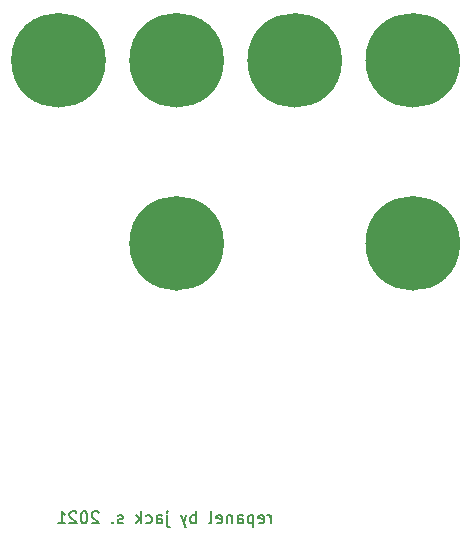
<source format=gbr>
G04 #@! TF.GenerationSoftware,KiCad,Pcbnew,(5.1.5-0)*
G04 #@! TF.CreationDate,2021-01-12T22:24:44-08:00*
G04 #@! TF.ProjectId,dualtimbre,6475616c-7469-46d6-9272-652e6b696361,rev?*
G04 #@! TF.SameCoordinates,Original*
G04 #@! TF.FileFunction,Soldermask,Bot*
G04 #@! TF.FilePolarity,Negative*
%FSLAX46Y46*%
G04 Gerber Fmt 4.6, Leading zero omitted, Abs format (unit mm)*
G04 Created by KiCad (PCBNEW (5.1.5-0)) date 2021-01-12 22:24:44*
%MOMM*%
%LPD*%
G04 APERTURE LIST*
%ADD10C,0.150000*%
%ADD11C,1.000000*%
%ADD12C,0.100000*%
G04 APERTURE END LIST*
D10*
X22726190Y-121452380D02*
X22726190Y-120785714D01*
X22726190Y-120976190D02*
X22678571Y-120880952D01*
X22630952Y-120833333D01*
X22535714Y-120785714D01*
X22440476Y-120785714D01*
X21726190Y-121404761D02*
X21821428Y-121452380D01*
X22011904Y-121452380D01*
X22107142Y-121404761D01*
X22154761Y-121309523D01*
X22154761Y-120928571D01*
X22107142Y-120833333D01*
X22011904Y-120785714D01*
X21821428Y-120785714D01*
X21726190Y-120833333D01*
X21678571Y-120928571D01*
X21678571Y-121023809D01*
X22154761Y-121119047D01*
X21250000Y-120785714D02*
X21250000Y-121785714D01*
X21250000Y-120833333D02*
X21154761Y-120785714D01*
X20964285Y-120785714D01*
X20869047Y-120833333D01*
X20821428Y-120880952D01*
X20773809Y-120976190D01*
X20773809Y-121261904D01*
X20821428Y-121357142D01*
X20869047Y-121404761D01*
X20964285Y-121452380D01*
X21154761Y-121452380D01*
X21250000Y-121404761D01*
X19916666Y-121452380D02*
X19916666Y-120928571D01*
X19964285Y-120833333D01*
X20059523Y-120785714D01*
X20250000Y-120785714D01*
X20345238Y-120833333D01*
X19916666Y-121404761D02*
X20011904Y-121452380D01*
X20250000Y-121452380D01*
X20345238Y-121404761D01*
X20392857Y-121309523D01*
X20392857Y-121214285D01*
X20345238Y-121119047D01*
X20250000Y-121071428D01*
X20011904Y-121071428D01*
X19916666Y-121023809D01*
X19440476Y-120785714D02*
X19440476Y-121452380D01*
X19440476Y-120880952D02*
X19392857Y-120833333D01*
X19297619Y-120785714D01*
X19154761Y-120785714D01*
X19059523Y-120833333D01*
X19011904Y-120928571D01*
X19011904Y-121452380D01*
X18154761Y-121404761D02*
X18250000Y-121452380D01*
X18440476Y-121452380D01*
X18535714Y-121404761D01*
X18583333Y-121309523D01*
X18583333Y-120928571D01*
X18535714Y-120833333D01*
X18440476Y-120785714D01*
X18250000Y-120785714D01*
X18154761Y-120833333D01*
X18107142Y-120928571D01*
X18107142Y-121023809D01*
X18583333Y-121119047D01*
X17535714Y-121452380D02*
X17630952Y-121404761D01*
X17678571Y-121309523D01*
X17678571Y-120452380D01*
X16392857Y-121452380D02*
X16392857Y-120452380D01*
X16392857Y-120833333D02*
X16297619Y-120785714D01*
X16107142Y-120785714D01*
X16011904Y-120833333D01*
X15964285Y-120880952D01*
X15916666Y-120976190D01*
X15916666Y-121261904D01*
X15964285Y-121357142D01*
X16011904Y-121404761D01*
X16107142Y-121452380D01*
X16297619Y-121452380D01*
X16392857Y-121404761D01*
X15583333Y-120785714D02*
X15345238Y-121452380D01*
X15107142Y-120785714D02*
X15345238Y-121452380D01*
X15440476Y-121690476D01*
X15488095Y-121738095D01*
X15583333Y-121785714D01*
X13964285Y-120785714D02*
X13964285Y-121642857D01*
X14011904Y-121738095D01*
X14107142Y-121785714D01*
X14154761Y-121785714D01*
X13964285Y-120452380D02*
X14011904Y-120500000D01*
X13964285Y-120547619D01*
X13916666Y-120500000D01*
X13964285Y-120452380D01*
X13964285Y-120547619D01*
X13059523Y-121452380D02*
X13059523Y-120928571D01*
X13107142Y-120833333D01*
X13202380Y-120785714D01*
X13392857Y-120785714D01*
X13488095Y-120833333D01*
X13059523Y-121404761D02*
X13154761Y-121452380D01*
X13392857Y-121452380D01*
X13488095Y-121404761D01*
X13535714Y-121309523D01*
X13535714Y-121214285D01*
X13488095Y-121119047D01*
X13392857Y-121071428D01*
X13154761Y-121071428D01*
X13059523Y-121023809D01*
X12154761Y-121404761D02*
X12250000Y-121452380D01*
X12440476Y-121452380D01*
X12535714Y-121404761D01*
X12583333Y-121357142D01*
X12630952Y-121261904D01*
X12630952Y-120976190D01*
X12583333Y-120880952D01*
X12535714Y-120833333D01*
X12440476Y-120785714D01*
X12250000Y-120785714D01*
X12154761Y-120833333D01*
X11726190Y-121452380D02*
X11726190Y-120452380D01*
X11630952Y-121071428D02*
X11345238Y-121452380D01*
X11345238Y-120785714D02*
X11726190Y-121166666D01*
X10202380Y-121404761D02*
X10107142Y-121452380D01*
X9916666Y-121452380D01*
X9821428Y-121404761D01*
X9773809Y-121309523D01*
X9773809Y-121261904D01*
X9821428Y-121166666D01*
X9916666Y-121119047D01*
X10059523Y-121119047D01*
X10154761Y-121071428D01*
X10202380Y-120976190D01*
X10202380Y-120928571D01*
X10154761Y-120833333D01*
X10059523Y-120785714D01*
X9916666Y-120785714D01*
X9821428Y-120833333D01*
X9345238Y-121357142D02*
X9297619Y-121404761D01*
X9345238Y-121452380D01*
X9392857Y-121404761D01*
X9345238Y-121357142D01*
X9345238Y-121452380D01*
X8154761Y-120547619D02*
X8107142Y-120500000D01*
X8011904Y-120452380D01*
X7773809Y-120452380D01*
X7678571Y-120500000D01*
X7630952Y-120547619D01*
X7583333Y-120642857D01*
X7583333Y-120738095D01*
X7630952Y-120880952D01*
X8202380Y-121452380D01*
X7583333Y-121452380D01*
X6964285Y-120452380D02*
X6869047Y-120452380D01*
X6773809Y-120500000D01*
X6726190Y-120547619D01*
X6678571Y-120642857D01*
X6630952Y-120833333D01*
X6630952Y-121071428D01*
X6678571Y-121261904D01*
X6726190Y-121357142D01*
X6773809Y-121404761D01*
X6869047Y-121452380D01*
X6964285Y-121452380D01*
X7059523Y-121404761D01*
X7107142Y-121357142D01*
X7154761Y-121261904D01*
X7202380Y-121071428D01*
X7202380Y-120833333D01*
X7154761Y-120642857D01*
X7107142Y-120547619D01*
X7059523Y-120500000D01*
X6964285Y-120452380D01*
X6250000Y-120547619D02*
X6202380Y-120500000D01*
X6107142Y-120452380D01*
X5869047Y-120452380D01*
X5773809Y-120500000D01*
X5726190Y-120547619D01*
X5678571Y-120642857D01*
X5678571Y-120738095D01*
X5726190Y-120880952D01*
X6297619Y-121452380D01*
X5678571Y-121452380D01*
X4726190Y-121452380D02*
X5297619Y-121452380D01*
X5011904Y-121452380D02*
X5011904Y-120452380D01*
X5107142Y-120595238D01*
X5202380Y-120690476D01*
X5297619Y-120738095D01*
D11*
X8250000Y-82250000D02*
G75*
G03X8250000Y-82250000I-3500000J0D01*
G01*
X18250000Y-82250000D02*
G75*
G03X18250000Y-82250000I-3500000J0D01*
G01*
X28250000Y-82250000D02*
G75*
G03X28250000Y-82250000I-3500000J0D01*
G01*
X38250000Y-82250000D02*
G75*
G03X38250000Y-82250000I-3500000J0D01*
G01*
X38250000Y-97750000D02*
G75*
G03X38250000Y-97750000I-3500000J0D01*
G01*
X18250000Y-97750000D02*
G75*
G03X18250000Y-97750000I-3500000J0D01*
G01*
D12*
G36*
X35354975Y-94708585D02*
G01*
X35654528Y-94768170D01*
X36218874Y-95001930D01*
X36726772Y-95341296D01*
X37158704Y-95773228D01*
X37498070Y-96281126D01*
X37731830Y-96845472D01*
X37851000Y-97444578D01*
X37851000Y-98055422D01*
X37731830Y-98654528D01*
X37498070Y-99218874D01*
X37158704Y-99726772D01*
X36726772Y-100158704D01*
X36218874Y-100498070D01*
X35654528Y-100731830D01*
X35354975Y-100791415D01*
X35055423Y-100851000D01*
X34444577Y-100851000D01*
X34145025Y-100791415D01*
X33845472Y-100731830D01*
X33281126Y-100498070D01*
X32773228Y-100158704D01*
X32341296Y-99726772D01*
X32001930Y-99218874D01*
X31768170Y-98654528D01*
X31649000Y-98055422D01*
X31649000Y-97444578D01*
X31768170Y-96845472D01*
X32001930Y-96281126D01*
X32341296Y-95773228D01*
X32773228Y-95341296D01*
X33281126Y-95001930D01*
X33845472Y-94768170D01*
X34145025Y-94708585D01*
X34444577Y-94649000D01*
X35055423Y-94649000D01*
X35354975Y-94708585D01*
G37*
G36*
X15354975Y-94708585D02*
G01*
X15654528Y-94768170D01*
X16218874Y-95001930D01*
X16726772Y-95341296D01*
X17158704Y-95773228D01*
X17498070Y-96281126D01*
X17731830Y-96845472D01*
X17851000Y-97444578D01*
X17851000Y-98055422D01*
X17731830Y-98654528D01*
X17498070Y-99218874D01*
X17158704Y-99726772D01*
X16726772Y-100158704D01*
X16218874Y-100498070D01*
X15654528Y-100731830D01*
X15354975Y-100791415D01*
X15055423Y-100851000D01*
X14444577Y-100851000D01*
X14145025Y-100791415D01*
X13845472Y-100731830D01*
X13281126Y-100498070D01*
X12773228Y-100158704D01*
X12341296Y-99726772D01*
X12001930Y-99218874D01*
X11768170Y-98654528D01*
X11649000Y-98055422D01*
X11649000Y-97444578D01*
X11768170Y-96845472D01*
X12001930Y-96281126D01*
X12341296Y-95773228D01*
X12773228Y-95341296D01*
X13281126Y-95001930D01*
X13845472Y-94768170D01*
X14145025Y-94708585D01*
X14444577Y-94649000D01*
X15055423Y-94649000D01*
X15354975Y-94708585D01*
G37*
G36*
X35354975Y-79208585D02*
G01*
X35654528Y-79268170D01*
X36218874Y-79501930D01*
X36726772Y-79841296D01*
X37158704Y-80273228D01*
X37498070Y-80781126D01*
X37731830Y-81345472D01*
X37851000Y-81944578D01*
X37851000Y-82555422D01*
X37731830Y-83154528D01*
X37498070Y-83718874D01*
X37158704Y-84226772D01*
X36726772Y-84658704D01*
X36218874Y-84998070D01*
X35654528Y-85231830D01*
X35354975Y-85291415D01*
X35055423Y-85351000D01*
X34444577Y-85351000D01*
X34145025Y-85291415D01*
X33845472Y-85231830D01*
X33281126Y-84998070D01*
X32773228Y-84658704D01*
X32341296Y-84226772D01*
X32001930Y-83718874D01*
X31768170Y-83154528D01*
X31649000Y-82555422D01*
X31649000Y-81944578D01*
X31768170Y-81345472D01*
X32001930Y-80781126D01*
X32341296Y-80273228D01*
X32773228Y-79841296D01*
X33281126Y-79501930D01*
X33845472Y-79268170D01*
X34145025Y-79208585D01*
X34444577Y-79149000D01*
X35055423Y-79149000D01*
X35354975Y-79208585D01*
G37*
G36*
X25354975Y-79208585D02*
G01*
X25654528Y-79268170D01*
X26218874Y-79501930D01*
X26726772Y-79841296D01*
X27158704Y-80273228D01*
X27498070Y-80781126D01*
X27731830Y-81345472D01*
X27851000Y-81944578D01*
X27851000Y-82555422D01*
X27731830Y-83154528D01*
X27498070Y-83718874D01*
X27158704Y-84226772D01*
X26726772Y-84658704D01*
X26218874Y-84998070D01*
X25654528Y-85231830D01*
X25354975Y-85291415D01*
X25055423Y-85351000D01*
X24444577Y-85351000D01*
X24145025Y-85291415D01*
X23845472Y-85231830D01*
X23281126Y-84998070D01*
X22773228Y-84658704D01*
X22341296Y-84226772D01*
X22001930Y-83718874D01*
X21768170Y-83154528D01*
X21649000Y-82555422D01*
X21649000Y-81944578D01*
X21768170Y-81345472D01*
X22001930Y-80781126D01*
X22341296Y-80273228D01*
X22773228Y-79841296D01*
X23281126Y-79501930D01*
X23845472Y-79268170D01*
X24145025Y-79208585D01*
X24444577Y-79149000D01*
X25055423Y-79149000D01*
X25354975Y-79208585D01*
G37*
G36*
X15354975Y-79208585D02*
G01*
X15654528Y-79268170D01*
X16218874Y-79501930D01*
X16726772Y-79841296D01*
X17158704Y-80273228D01*
X17498070Y-80781126D01*
X17731830Y-81345472D01*
X17851000Y-81944578D01*
X17851000Y-82555422D01*
X17731830Y-83154528D01*
X17498070Y-83718874D01*
X17158704Y-84226772D01*
X16726772Y-84658704D01*
X16218874Y-84998070D01*
X15654528Y-85231830D01*
X15354975Y-85291415D01*
X15055423Y-85351000D01*
X14444577Y-85351000D01*
X14145025Y-85291415D01*
X13845472Y-85231830D01*
X13281126Y-84998070D01*
X12773228Y-84658704D01*
X12341296Y-84226772D01*
X12001930Y-83718874D01*
X11768170Y-83154528D01*
X11649000Y-82555422D01*
X11649000Y-81944578D01*
X11768170Y-81345472D01*
X12001930Y-80781126D01*
X12341296Y-80273228D01*
X12773228Y-79841296D01*
X13281126Y-79501930D01*
X13845472Y-79268170D01*
X14145025Y-79208585D01*
X14444577Y-79149000D01*
X15055423Y-79149000D01*
X15354975Y-79208585D01*
G37*
G36*
X5354975Y-79208585D02*
G01*
X5654528Y-79268170D01*
X6218874Y-79501930D01*
X6726772Y-79841296D01*
X7158704Y-80273228D01*
X7498070Y-80781126D01*
X7731830Y-81345472D01*
X7851000Y-81944578D01*
X7851000Y-82555422D01*
X7731830Y-83154528D01*
X7498070Y-83718874D01*
X7158704Y-84226772D01*
X6726772Y-84658704D01*
X6218874Y-84998070D01*
X5654528Y-85231830D01*
X5354975Y-85291415D01*
X5055423Y-85351000D01*
X4444577Y-85351000D01*
X4145025Y-85291415D01*
X3845472Y-85231830D01*
X3281126Y-84998070D01*
X2773228Y-84658704D01*
X2341296Y-84226772D01*
X2001930Y-83718874D01*
X1768170Y-83154528D01*
X1649000Y-82555422D01*
X1649000Y-81944578D01*
X1768170Y-81345472D01*
X2001930Y-80781126D01*
X2341296Y-80273228D01*
X2773228Y-79841296D01*
X3281126Y-79501930D01*
X3845472Y-79268170D01*
X4145025Y-79208585D01*
X4444577Y-79149000D01*
X5055423Y-79149000D01*
X5354975Y-79208585D01*
G37*
M02*

</source>
